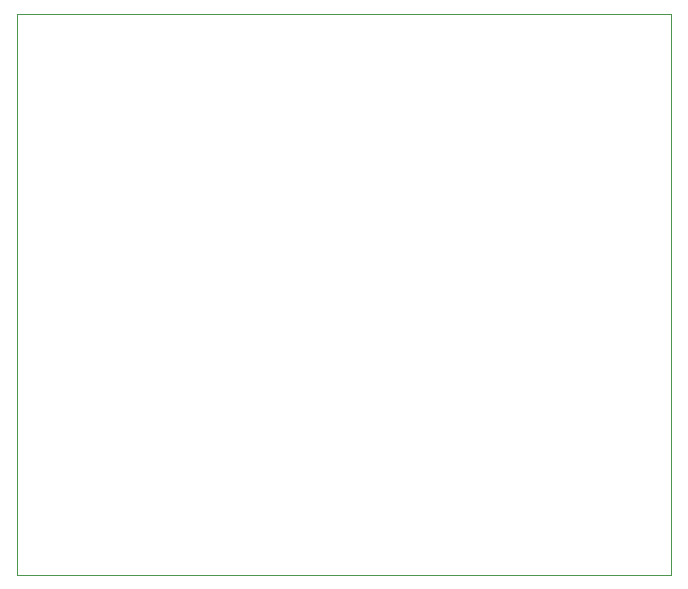
<source format=gbr>
%TF.GenerationSoftware,KiCad,Pcbnew,(6.0.0-0)*%
%TF.CreationDate,2022-04-29T14:29:21-04:00*%
%TF.ProjectId,satshakitmodifiedv4,73617473-6861-46b6-9974-6d6f64696669,rev?*%
%TF.SameCoordinates,Original*%
%TF.FileFunction,Profile,NP*%
%FSLAX46Y46*%
G04 Gerber Fmt 4.6, Leading zero omitted, Abs format (unit mm)*
G04 Created by KiCad (PCBNEW (6.0.0-0)) date 2022-04-29 14:29:21*
%MOMM*%
%LPD*%
G01*
G04 APERTURE LIST*
%TA.AperFunction,Profile*%
%ADD10C,0.050000*%
%TD*%
G04 APERTURE END LIST*
D10*
X176212600Y-128778000D02*
X176212600Y-81280000D01*
X176212600Y-81280000D02*
X120789600Y-81280000D01*
X120789600Y-81280000D02*
X120789600Y-128778000D01*
X120789600Y-128778000D02*
X176212600Y-128778000D01*
M02*

</source>
